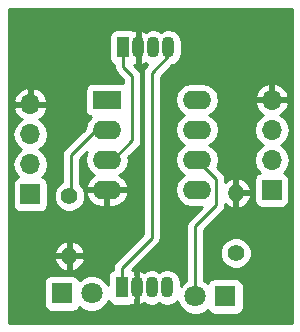
<source format=gbr>
G04 #@! TF.FileFunction,Copper,L1,Top,Signal*
%FSLAX46Y46*%
G04 Gerber Fmt 4.6, Leading zero omitted, Abs format (unit mm)*
G04 Created by KiCad (PCBNEW 4.0.7) date 06/07/18 21:32:42*
%MOMM*%
%LPD*%
G01*
G04 APERTURE LIST*
%ADD10C,0.100000*%
%ADD11R,2.400000X1.600000*%
%ADD12O,2.400000X1.600000*%
%ADD13R,1.700000X1.700000*%
%ADD14O,1.700000X1.700000*%
%ADD15R,1.800000X1.800000*%
%ADD16C,1.800000*%
%ADD17C,1.400000*%
%ADD18O,1.400000X1.400000*%
%ADD19R,1.070000X1.800000*%
%ADD20O,1.070000X1.800000*%
%ADD21C,0.250000*%
%ADD22C,0.254000*%
G04 APERTURE END LIST*
D10*
D11*
X152527000Y-130302000D03*
D12*
X160147000Y-137922000D03*
X152527000Y-132842000D03*
X160147000Y-135382000D03*
X152527000Y-135382000D03*
X160147000Y-132842000D03*
X152527000Y-137922000D03*
X160147000Y-130302000D03*
D13*
X146050000Y-138303000D03*
D14*
X146050000Y-135763000D03*
X146050000Y-133223000D03*
X146050000Y-130683000D03*
D15*
X162560000Y-146939000D03*
D16*
X160020000Y-146939000D03*
D15*
X148717000Y-146685000D03*
D16*
X151257000Y-146685000D03*
D13*
X166497000Y-137922000D03*
D14*
X166497000Y-135382000D03*
X166497000Y-132842000D03*
X166497000Y-130302000D03*
D17*
X163449000Y-143256000D03*
D18*
X163449000Y-138176000D03*
D17*
X149352000Y-138430000D03*
D18*
X149352000Y-143510000D03*
D19*
X153924000Y-125857000D03*
D20*
X155194000Y-125857000D03*
X156464000Y-125857000D03*
X157734000Y-125857000D03*
D19*
X153797000Y-146177000D03*
D20*
X155067000Y-146177000D03*
X156337000Y-146177000D03*
X157607000Y-146177000D03*
D21*
X160020000Y-146939000D02*
X160020000Y-140970000D01*
X161798000Y-137033000D02*
X160147000Y-135382000D01*
X161798000Y-139192000D02*
X161798000Y-137033000D01*
X160020000Y-140970000D02*
X161798000Y-139192000D01*
X149479000Y-138430000D02*
X149479000Y-135001000D01*
X149479000Y-135001000D02*
X151638000Y-132842000D01*
X151638000Y-132842000D02*
X152527000Y-132842000D01*
X152527000Y-135382000D02*
X153035000Y-135382000D01*
X153035000Y-135382000D02*
X154686000Y-133731000D01*
X153924000Y-127508000D02*
X153924000Y-125857000D01*
X154686000Y-128270000D02*
X153924000Y-127508000D01*
X154686000Y-133731000D02*
X154686000Y-128270000D01*
X152527000Y-135382000D02*
X153416000Y-135382000D01*
X157734000Y-125857000D02*
X157734000Y-126619000D01*
X157734000Y-126619000D02*
X156337000Y-128016000D01*
X156337000Y-128016000D02*
X156337000Y-141986000D01*
X156337000Y-141986000D02*
X153797000Y-144526000D01*
X153797000Y-144526000D02*
X153797000Y-146177000D01*
D22*
G36*
X168200000Y-149150000D02*
X144220000Y-149150000D01*
X144220000Y-145785000D01*
X147169560Y-145785000D01*
X147169560Y-147585000D01*
X147213838Y-147820317D01*
X147352910Y-148036441D01*
X147565110Y-148181431D01*
X147817000Y-148232440D01*
X149617000Y-148232440D01*
X149852317Y-148188162D01*
X150068441Y-148049090D01*
X150213431Y-147836890D01*
X150217567Y-147816466D01*
X150386357Y-147985551D01*
X150950330Y-148219733D01*
X151560991Y-148220265D01*
X152125371Y-147987068D01*
X152557551Y-147555643D01*
X152658760Y-147311904D01*
X152658838Y-147312317D01*
X152797910Y-147528441D01*
X153010110Y-147673431D01*
X153262000Y-147724440D01*
X154332000Y-147724440D01*
X154567317Y-147680162D01*
X154658830Y-147621275D01*
X154759617Y-147670900D01*
X154940000Y-147545244D01*
X154940000Y-147271761D01*
X154979440Y-147077000D01*
X154979440Y-145781928D01*
X155167000Y-145781928D01*
X155167000Y-146572072D01*
X155194000Y-146707810D01*
X155194000Y-147545244D01*
X155374383Y-147670900D01*
X155686234Y-147517354D01*
X155889260Y-147653011D01*
X156337000Y-147742072D01*
X156784740Y-147653011D01*
X156972000Y-147527888D01*
X157159260Y-147653011D01*
X157607000Y-147742072D01*
X158054740Y-147653011D01*
X158434315Y-147399387D01*
X158505399Y-147293002D01*
X158717932Y-147807371D01*
X159149357Y-148239551D01*
X159713330Y-148473733D01*
X160323991Y-148474265D01*
X160888371Y-148241068D01*
X161056613Y-148073120D01*
X161056838Y-148074317D01*
X161195910Y-148290441D01*
X161408110Y-148435431D01*
X161660000Y-148486440D01*
X163460000Y-148486440D01*
X163695317Y-148442162D01*
X163911441Y-148303090D01*
X164056431Y-148090890D01*
X164107440Y-147839000D01*
X164107440Y-146039000D01*
X164063162Y-145803683D01*
X163924090Y-145587559D01*
X163711890Y-145442569D01*
X163460000Y-145391560D01*
X161660000Y-145391560D01*
X161424683Y-145435838D01*
X161208559Y-145574910D01*
X161063569Y-145787110D01*
X161059433Y-145807534D01*
X160890643Y-145638449D01*
X160780000Y-145592506D01*
X160780000Y-143520383D01*
X162113769Y-143520383D01*
X162316582Y-144011229D01*
X162691796Y-144387098D01*
X163182287Y-144590768D01*
X163713383Y-144591231D01*
X164204229Y-144388418D01*
X164580098Y-144013204D01*
X164783768Y-143522713D01*
X164784231Y-142991617D01*
X164581418Y-142500771D01*
X164206204Y-142124902D01*
X163715713Y-141921232D01*
X163184617Y-141920769D01*
X162693771Y-142123582D01*
X162317902Y-142498796D01*
X162114232Y-142989287D01*
X162113769Y-143520383D01*
X160780000Y-143520383D01*
X160780000Y-141284802D01*
X162335401Y-139729401D01*
X162500148Y-139482839D01*
X162558000Y-139192000D01*
X162558000Y-139135766D01*
X162770604Y-139325797D01*
X163115671Y-139468716D01*
X163322000Y-139345374D01*
X163322000Y-138303000D01*
X163576000Y-138303000D01*
X163576000Y-139345374D01*
X163782329Y-139468716D01*
X164127396Y-139325797D01*
X164515764Y-138978663D01*
X164741727Y-138509331D01*
X164619206Y-138303000D01*
X163576000Y-138303000D01*
X163322000Y-138303000D01*
X163302000Y-138303000D01*
X163302000Y-138049000D01*
X163322000Y-138049000D01*
X163322000Y-137006626D01*
X163576000Y-137006626D01*
X163576000Y-138049000D01*
X164619206Y-138049000D01*
X164741727Y-137842669D01*
X164515764Y-137373337D01*
X164127396Y-137026203D01*
X163782329Y-136883284D01*
X163576000Y-137006626D01*
X163322000Y-137006626D01*
X163115671Y-136883284D01*
X162770604Y-137026203D01*
X162558000Y-137216234D01*
X162558000Y-137033000D01*
X162500148Y-136742161D01*
X162335401Y-136495599D01*
X161853536Y-136013734D01*
X161908717Y-135931151D01*
X162017950Y-135382000D01*
X161908717Y-134832849D01*
X161597648Y-134367302D01*
X161215562Y-134112000D01*
X161597648Y-133856698D01*
X161908717Y-133391151D01*
X162017950Y-132842000D01*
X164982907Y-132842000D01*
X165095946Y-133410285D01*
X165417853Y-133892054D01*
X165747026Y-134112000D01*
X165417853Y-134331946D01*
X165095946Y-134813715D01*
X164982907Y-135382000D01*
X165095946Y-135950285D01*
X165417853Y-136432054D01*
X165459452Y-136459850D01*
X165411683Y-136468838D01*
X165195559Y-136607910D01*
X165050569Y-136820110D01*
X164999560Y-137072000D01*
X164999560Y-138772000D01*
X165043838Y-139007317D01*
X165182910Y-139223441D01*
X165395110Y-139368431D01*
X165647000Y-139419440D01*
X167347000Y-139419440D01*
X167582317Y-139375162D01*
X167798441Y-139236090D01*
X167943431Y-139023890D01*
X167994440Y-138772000D01*
X167994440Y-137072000D01*
X167950162Y-136836683D01*
X167811090Y-136620559D01*
X167598890Y-136475569D01*
X167531459Y-136461914D01*
X167576147Y-136432054D01*
X167898054Y-135950285D01*
X168011093Y-135382000D01*
X167898054Y-134813715D01*
X167576147Y-134331946D01*
X167246974Y-134112000D01*
X167576147Y-133892054D01*
X167898054Y-133410285D01*
X168011093Y-132842000D01*
X167898054Y-132273715D01*
X167576147Y-131791946D01*
X167235447Y-131564298D01*
X167378358Y-131497183D01*
X167768645Y-131068924D01*
X167938476Y-130658890D01*
X167817155Y-130429000D01*
X166624000Y-130429000D01*
X166624000Y-130449000D01*
X166370000Y-130449000D01*
X166370000Y-130429000D01*
X165176845Y-130429000D01*
X165055524Y-130658890D01*
X165225355Y-131068924D01*
X165615642Y-131497183D01*
X165758553Y-131564298D01*
X165417853Y-131791946D01*
X165095946Y-132273715D01*
X164982907Y-132842000D01*
X162017950Y-132842000D01*
X161908717Y-132292849D01*
X161597648Y-131827302D01*
X161215562Y-131572000D01*
X161597648Y-131316698D01*
X161908717Y-130851151D01*
X162017950Y-130302000D01*
X161946961Y-129945110D01*
X165055524Y-129945110D01*
X165176845Y-130175000D01*
X166370000Y-130175000D01*
X166370000Y-128981181D01*
X166624000Y-128981181D01*
X166624000Y-130175000D01*
X167817155Y-130175000D01*
X167938476Y-129945110D01*
X167768645Y-129535076D01*
X167378358Y-129106817D01*
X166853892Y-128860514D01*
X166624000Y-128981181D01*
X166370000Y-128981181D01*
X166140108Y-128860514D01*
X165615642Y-129106817D01*
X165225355Y-129535076D01*
X165055524Y-129945110D01*
X161946961Y-129945110D01*
X161908717Y-129752849D01*
X161597648Y-129287302D01*
X161132101Y-128976233D01*
X160582950Y-128867000D01*
X159711050Y-128867000D01*
X159161899Y-128976233D01*
X158696352Y-129287302D01*
X158385283Y-129752849D01*
X158276050Y-130302000D01*
X158385283Y-130851151D01*
X158696352Y-131316698D01*
X159078438Y-131572000D01*
X158696352Y-131827302D01*
X158385283Y-132292849D01*
X158276050Y-132842000D01*
X158385283Y-133391151D01*
X158696352Y-133856698D01*
X159078438Y-134112000D01*
X158696352Y-134367302D01*
X158385283Y-134832849D01*
X158276050Y-135382000D01*
X158385283Y-135931151D01*
X158696352Y-136396698D01*
X159078438Y-136652000D01*
X158696352Y-136907302D01*
X158385283Y-137372849D01*
X158276050Y-137922000D01*
X158385283Y-138471151D01*
X158696352Y-138936698D01*
X159161899Y-139247767D01*
X159711050Y-139357000D01*
X160558198Y-139357000D01*
X159482599Y-140432599D01*
X159317852Y-140679161D01*
X159260000Y-140970000D01*
X159260000Y-145592154D01*
X159151629Y-145636932D01*
X158777000Y-146010907D01*
X158777000Y-145781928D01*
X158687939Y-145334188D01*
X158434315Y-144954613D01*
X158054740Y-144700989D01*
X157607000Y-144611928D01*
X157159260Y-144700989D01*
X156972000Y-144826112D01*
X156784740Y-144700989D01*
X156337000Y-144611928D01*
X155889260Y-144700989D01*
X155686234Y-144836646D01*
X155374383Y-144683100D01*
X155194000Y-144808756D01*
X155194000Y-145646190D01*
X155167000Y-145781928D01*
X154979440Y-145781928D01*
X154979440Y-145277000D01*
X154940000Y-145067395D01*
X154940000Y-144808756D01*
X154759617Y-144683100D01*
X154671137Y-144726665D01*
X156874401Y-142523401D01*
X157039148Y-142276840D01*
X157069633Y-142123582D01*
X157097000Y-141986000D01*
X157097000Y-128330802D01*
X158073201Y-127354601D01*
X158181740Y-127333011D01*
X158561315Y-127079387D01*
X158814939Y-126699812D01*
X158904000Y-126252072D01*
X158904000Y-125461928D01*
X158814939Y-125014188D01*
X158561315Y-124634613D01*
X158181740Y-124380989D01*
X157734000Y-124291928D01*
X157286260Y-124380989D01*
X157099000Y-124506112D01*
X156911740Y-124380989D01*
X156464000Y-124291928D01*
X156016260Y-124380989D01*
X155813234Y-124516646D01*
X155501383Y-124363100D01*
X155321000Y-124488756D01*
X155321000Y-125326190D01*
X155294000Y-125461928D01*
X155294000Y-126252072D01*
X155321000Y-126387810D01*
X155321000Y-127225244D01*
X155501383Y-127350900D01*
X155813234Y-127197354D01*
X155973655Y-127304543D01*
X155799599Y-127478599D01*
X155634852Y-127725161D01*
X155577000Y-128016000D01*
X155577000Y-141671198D01*
X153259599Y-143988599D01*
X153094852Y-144235161D01*
X153037000Y-144526000D01*
X153037000Y-144671897D01*
X153026683Y-144673838D01*
X152810559Y-144812910D01*
X152665569Y-145025110D01*
X152614560Y-145277000D01*
X152614560Y-145950930D01*
X152559068Y-145816629D01*
X152127643Y-145384449D01*
X151563670Y-145150267D01*
X150953009Y-145149735D01*
X150388629Y-145382932D01*
X150220387Y-145550880D01*
X150220162Y-145549683D01*
X150081090Y-145333559D01*
X149868890Y-145188569D01*
X149617000Y-145137560D01*
X147817000Y-145137560D01*
X147581683Y-145181838D01*
X147365559Y-145320910D01*
X147220569Y-145533110D01*
X147169560Y-145785000D01*
X144220000Y-145785000D01*
X144220000Y-143843331D01*
X148059273Y-143843331D01*
X148285236Y-144312663D01*
X148673604Y-144659797D01*
X149018671Y-144802716D01*
X149225000Y-144679374D01*
X149225000Y-143637000D01*
X149479000Y-143637000D01*
X149479000Y-144679374D01*
X149685329Y-144802716D01*
X150030396Y-144659797D01*
X150418764Y-144312663D01*
X150644727Y-143843331D01*
X150522206Y-143637000D01*
X149479000Y-143637000D01*
X149225000Y-143637000D01*
X148181794Y-143637000D01*
X148059273Y-143843331D01*
X144220000Y-143843331D01*
X144220000Y-143176669D01*
X148059273Y-143176669D01*
X148181794Y-143383000D01*
X149225000Y-143383000D01*
X149225000Y-142340626D01*
X149479000Y-142340626D01*
X149479000Y-143383000D01*
X150522206Y-143383000D01*
X150644727Y-143176669D01*
X150418764Y-142707337D01*
X150030396Y-142360203D01*
X149685329Y-142217284D01*
X149479000Y-142340626D01*
X149225000Y-142340626D01*
X149018671Y-142217284D01*
X148673604Y-142360203D01*
X148285236Y-142707337D01*
X148059273Y-143176669D01*
X144220000Y-143176669D01*
X144220000Y-133223000D01*
X144535907Y-133223000D01*
X144648946Y-133791285D01*
X144970853Y-134273054D01*
X145300026Y-134493000D01*
X144970853Y-134712946D01*
X144648946Y-135194715D01*
X144535907Y-135763000D01*
X144648946Y-136331285D01*
X144970853Y-136813054D01*
X145012452Y-136840850D01*
X144964683Y-136849838D01*
X144748559Y-136988910D01*
X144603569Y-137201110D01*
X144552560Y-137453000D01*
X144552560Y-139153000D01*
X144596838Y-139388317D01*
X144735910Y-139604441D01*
X144948110Y-139749431D01*
X145200000Y-139800440D01*
X146900000Y-139800440D01*
X147135317Y-139756162D01*
X147351441Y-139617090D01*
X147496431Y-139404890D01*
X147547440Y-139153000D01*
X147547440Y-138694383D01*
X148016769Y-138694383D01*
X148219582Y-139185229D01*
X148594796Y-139561098D01*
X149085287Y-139764768D01*
X149616383Y-139765231D01*
X150107229Y-139562418D01*
X150483098Y-139187204D01*
X150686768Y-138696713D01*
X150687139Y-138271039D01*
X150735096Y-138271039D01*
X150752633Y-138353819D01*
X151022500Y-138846896D01*
X151460517Y-139199166D01*
X152000000Y-139357000D01*
X152400000Y-139357000D01*
X152400000Y-138049000D01*
X152654000Y-138049000D01*
X152654000Y-139357000D01*
X153054000Y-139357000D01*
X153593483Y-139199166D01*
X154031500Y-138846896D01*
X154301367Y-138353819D01*
X154318904Y-138271039D01*
X154196915Y-138049000D01*
X152654000Y-138049000D01*
X152400000Y-138049000D01*
X150857085Y-138049000D01*
X150735096Y-138271039D01*
X150687139Y-138271039D01*
X150687231Y-138165617D01*
X150484418Y-137674771D01*
X150239000Y-137428925D01*
X150239000Y-135315802D01*
X150852536Y-134702266D01*
X150765283Y-134832849D01*
X150656050Y-135382000D01*
X150765283Y-135931151D01*
X151076352Y-136396698D01*
X151454707Y-136649507D01*
X151022500Y-136997104D01*
X150752633Y-137490181D01*
X150735096Y-137572961D01*
X150857085Y-137795000D01*
X152400000Y-137795000D01*
X152400000Y-137775000D01*
X152654000Y-137775000D01*
X152654000Y-137795000D01*
X154196915Y-137795000D01*
X154318904Y-137572961D01*
X154301367Y-137490181D01*
X154031500Y-136997104D01*
X153599293Y-136649507D01*
X153977648Y-136396698D01*
X154288717Y-135931151D01*
X154397950Y-135382000D01*
X154350143Y-135141659D01*
X155223401Y-134268401D01*
X155388148Y-134021839D01*
X155446000Y-133731000D01*
X155446000Y-128270000D01*
X155388148Y-127979161D01*
X155223401Y-127732599D01*
X154798137Y-127307335D01*
X154886617Y-127350900D01*
X155067000Y-127225244D01*
X155067000Y-126951761D01*
X155106440Y-126757000D01*
X155106440Y-124957000D01*
X155067000Y-124747395D01*
X155067000Y-124488756D01*
X154886617Y-124363100D01*
X154786639Y-124412326D01*
X154710890Y-124360569D01*
X154459000Y-124309560D01*
X153389000Y-124309560D01*
X153153683Y-124353838D01*
X152937559Y-124492910D01*
X152792569Y-124705110D01*
X152741560Y-124957000D01*
X152741560Y-126757000D01*
X152785838Y-126992317D01*
X152924910Y-127208441D01*
X153137110Y-127353431D01*
X153164000Y-127358876D01*
X153164000Y-127508000D01*
X153221852Y-127798839D01*
X153386599Y-128045401D01*
X153926000Y-128584802D01*
X153926000Y-128894859D01*
X153727000Y-128854560D01*
X151327000Y-128854560D01*
X151091683Y-128898838D01*
X150875559Y-129037910D01*
X150730569Y-129250110D01*
X150679560Y-129502000D01*
X150679560Y-131102000D01*
X150723838Y-131337317D01*
X150862910Y-131553441D01*
X151075110Y-131698431D01*
X151224074Y-131728597D01*
X151076352Y-131827302D01*
X150765283Y-132292849D01*
X150679105Y-132726093D01*
X148941599Y-134463599D01*
X148776852Y-134710161D01*
X148719000Y-135001000D01*
X148719000Y-137247078D01*
X148596771Y-137297582D01*
X148220902Y-137672796D01*
X148017232Y-138163287D01*
X148016769Y-138694383D01*
X147547440Y-138694383D01*
X147547440Y-137453000D01*
X147503162Y-137217683D01*
X147364090Y-137001559D01*
X147151890Y-136856569D01*
X147084459Y-136842914D01*
X147129147Y-136813054D01*
X147451054Y-136331285D01*
X147564093Y-135763000D01*
X147451054Y-135194715D01*
X147129147Y-134712946D01*
X146799974Y-134493000D01*
X147129147Y-134273054D01*
X147451054Y-133791285D01*
X147564093Y-133223000D01*
X147451054Y-132654715D01*
X147129147Y-132172946D01*
X146788447Y-131945298D01*
X146931358Y-131878183D01*
X147321645Y-131449924D01*
X147491476Y-131039890D01*
X147370155Y-130810000D01*
X146177000Y-130810000D01*
X146177000Y-130830000D01*
X145923000Y-130830000D01*
X145923000Y-130810000D01*
X144729845Y-130810000D01*
X144608524Y-131039890D01*
X144778355Y-131449924D01*
X145168642Y-131878183D01*
X145311553Y-131945298D01*
X144970853Y-132172946D01*
X144648946Y-132654715D01*
X144535907Y-133223000D01*
X144220000Y-133223000D01*
X144220000Y-130326110D01*
X144608524Y-130326110D01*
X144729845Y-130556000D01*
X145923000Y-130556000D01*
X145923000Y-129362181D01*
X146177000Y-129362181D01*
X146177000Y-130556000D01*
X147370155Y-130556000D01*
X147491476Y-130326110D01*
X147321645Y-129916076D01*
X146931358Y-129487817D01*
X146406892Y-129241514D01*
X146177000Y-129362181D01*
X145923000Y-129362181D01*
X145693108Y-129241514D01*
X145168642Y-129487817D01*
X144778355Y-129916076D01*
X144608524Y-130326110D01*
X144220000Y-130326110D01*
X144220000Y-122630000D01*
X168200000Y-122630000D01*
X168200000Y-149150000D01*
X168200000Y-149150000D01*
G37*
X168200000Y-149150000D02*
X144220000Y-149150000D01*
X144220000Y-145785000D01*
X147169560Y-145785000D01*
X147169560Y-147585000D01*
X147213838Y-147820317D01*
X147352910Y-148036441D01*
X147565110Y-148181431D01*
X147817000Y-148232440D01*
X149617000Y-148232440D01*
X149852317Y-148188162D01*
X150068441Y-148049090D01*
X150213431Y-147836890D01*
X150217567Y-147816466D01*
X150386357Y-147985551D01*
X150950330Y-148219733D01*
X151560991Y-148220265D01*
X152125371Y-147987068D01*
X152557551Y-147555643D01*
X152658760Y-147311904D01*
X152658838Y-147312317D01*
X152797910Y-147528441D01*
X153010110Y-147673431D01*
X153262000Y-147724440D01*
X154332000Y-147724440D01*
X154567317Y-147680162D01*
X154658830Y-147621275D01*
X154759617Y-147670900D01*
X154940000Y-147545244D01*
X154940000Y-147271761D01*
X154979440Y-147077000D01*
X154979440Y-145781928D01*
X155167000Y-145781928D01*
X155167000Y-146572072D01*
X155194000Y-146707810D01*
X155194000Y-147545244D01*
X155374383Y-147670900D01*
X155686234Y-147517354D01*
X155889260Y-147653011D01*
X156337000Y-147742072D01*
X156784740Y-147653011D01*
X156972000Y-147527888D01*
X157159260Y-147653011D01*
X157607000Y-147742072D01*
X158054740Y-147653011D01*
X158434315Y-147399387D01*
X158505399Y-147293002D01*
X158717932Y-147807371D01*
X159149357Y-148239551D01*
X159713330Y-148473733D01*
X160323991Y-148474265D01*
X160888371Y-148241068D01*
X161056613Y-148073120D01*
X161056838Y-148074317D01*
X161195910Y-148290441D01*
X161408110Y-148435431D01*
X161660000Y-148486440D01*
X163460000Y-148486440D01*
X163695317Y-148442162D01*
X163911441Y-148303090D01*
X164056431Y-148090890D01*
X164107440Y-147839000D01*
X164107440Y-146039000D01*
X164063162Y-145803683D01*
X163924090Y-145587559D01*
X163711890Y-145442569D01*
X163460000Y-145391560D01*
X161660000Y-145391560D01*
X161424683Y-145435838D01*
X161208559Y-145574910D01*
X161063569Y-145787110D01*
X161059433Y-145807534D01*
X160890643Y-145638449D01*
X160780000Y-145592506D01*
X160780000Y-143520383D01*
X162113769Y-143520383D01*
X162316582Y-144011229D01*
X162691796Y-144387098D01*
X163182287Y-144590768D01*
X163713383Y-144591231D01*
X164204229Y-144388418D01*
X164580098Y-144013204D01*
X164783768Y-143522713D01*
X164784231Y-142991617D01*
X164581418Y-142500771D01*
X164206204Y-142124902D01*
X163715713Y-141921232D01*
X163184617Y-141920769D01*
X162693771Y-142123582D01*
X162317902Y-142498796D01*
X162114232Y-142989287D01*
X162113769Y-143520383D01*
X160780000Y-143520383D01*
X160780000Y-141284802D01*
X162335401Y-139729401D01*
X162500148Y-139482839D01*
X162558000Y-139192000D01*
X162558000Y-139135766D01*
X162770604Y-139325797D01*
X163115671Y-139468716D01*
X163322000Y-139345374D01*
X163322000Y-138303000D01*
X163576000Y-138303000D01*
X163576000Y-139345374D01*
X163782329Y-139468716D01*
X164127396Y-139325797D01*
X164515764Y-138978663D01*
X164741727Y-138509331D01*
X164619206Y-138303000D01*
X163576000Y-138303000D01*
X163322000Y-138303000D01*
X163302000Y-138303000D01*
X163302000Y-138049000D01*
X163322000Y-138049000D01*
X163322000Y-137006626D01*
X163576000Y-137006626D01*
X163576000Y-138049000D01*
X164619206Y-138049000D01*
X164741727Y-137842669D01*
X164515764Y-137373337D01*
X164127396Y-137026203D01*
X163782329Y-136883284D01*
X163576000Y-137006626D01*
X163322000Y-137006626D01*
X163115671Y-136883284D01*
X162770604Y-137026203D01*
X162558000Y-137216234D01*
X162558000Y-137033000D01*
X162500148Y-136742161D01*
X162335401Y-136495599D01*
X161853536Y-136013734D01*
X161908717Y-135931151D01*
X162017950Y-135382000D01*
X161908717Y-134832849D01*
X161597648Y-134367302D01*
X161215562Y-134112000D01*
X161597648Y-133856698D01*
X161908717Y-133391151D01*
X162017950Y-132842000D01*
X164982907Y-132842000D01*
X165095946Y-133410285D01*
X165417853Y-133892054D01*
X165747026Y-134112000D01*
X165417853Y-134331946D01*
X165095946Y-134813715D01*
X164982907Y-135382000D01*
X165095946Y-135950285D01*
X165417853Y-136432054D01*
X165459452Y-136459850D01*
X165411683Y-136468838D01*
X165195559Y-136607910D01*
X165050569Y-136820110D01*
X164999560Y-137072000D01*
X164999560Y-138772000D01*
X165043838Y-139007317D01*
X165182910Y-139223441D01*
X165395110Y-139368431D01*
X165647000Y-139419440D01*
X167347000Y-139419440D01*
X167582317Y-139375162D01*
X167798441Y-139236090D01*
X167943431Y-139023890D01*
X167994440Y-138772000D01*
X167994440Y-137072000D01*
X167950162Y-136836683D01*
X167811090Y-136620559D01*
X167598890Y-136475569D01*
X167531459Y-136461914D01*
X167576147Y-136432054D01*
X167898054Y-135950285D01*
X168011093Y-135382000D01*
X167898054Y-134813715D01*
X167576147Y-134331946D01*
X167246974Y-134112000D01*
X167576147Y-133892054D01*
X167898054Y-133410285D01*
X168011093Y-132842000D01*
X167898054Y-132273715D01*
X167576147Y-131791946D01*
X167235447Y-131564298D01*
X167378358Y-131497183D01*
X167768645Y-131068924D01*
X167938476Y-130658890D01*
X167817155Y-130429000D01*
X166624000Y-130429000D01*
X166624000Y-130449000D01*
X166370000Y-130449000D01*
X166370000Y-130429000D01*
X165176845Y-130429000D01*
X165055524Y-130658890D01*
X165225355Y-131068924D01*
X165615642Y-131497183D01*
X165758553Y-131564298D01*
X165417853Y-131791946D01*
X165095946Y-132273715D01*
X164982907Y-132842000D01*
X162017950Y-132842000D01*
X161908717Y-132292849D01*
X161597648Y-131827302D01*
X161215562Y-131572000D01*
X161597648Y-131316698D01*
X161908717Y-130851151D01*
X162017950Y-130302000D01*
X161946961Y-129945110D01*
X165055524Y-129945110D01*
X165176845Y-130175000D01*
X166370000Y-130175000D01*
X166370000Y-128981181D01*
X166624000Y-128981181D01*
X166624000Y-130175000D01*
X167817155Y-130175000D01*
X167938476Y-129945110D01*
X167768645Y-129535076D01*
X167378358Y-129106817D01*
X166853892Y-128860514D01*
X166624000Y-128981181D01*
X166370000Y-128981181D01*
X166140108Y-128860514D01*
X165615642Y-129106817D01*
X165225355Y-129535076D01*
X165055524Y-129945110D01*
X161946961Y-129945110D01*
X161908717Y-129752849D01*
X161597648Y-129287302D01*
X161132101Y-128976233D01*
X160582950Y-128867000D01*
X159711050Y-128867000D01*
X159161899Y-128976233D01*
X158696352Y-129287302D01*
X158385283Y-129752849D01*
X158276050Y-130302000D01*
X158385283Y-130851151D01*
X158696352Y-131316698D01*
X159078438Y-131572000D01*
X158696352Y-131827302D01*
X158385283Y-132292849D01*
X158276050Y-132842000D01*
X158385283Y-133391151D01*
X158696352Y-133856698D01*
X159078438Y-134112000D01*
X158696352Y-134367302D01*
X158385283Y-134832849D01*
X158276050Y-135382000D01*
X158385283Y-135931151D01*
X158696352Y-136396698D01*
X159078438Y-136652000D01*
X158696352Y-136907302D01*
X158385283Y-137372849D01*
X158276050Y-137922000D01*
X158385283Y-138471151D01*
X158696352Y-138936698D01*
X159161899Y-139247767D01*
X159711050Y-139357000D01*
X160558198Y-139357000D01*
X159482599Y-140432599D01*
X159317852Y-140679161D01*
X159260000Y-140970000D01*
X159260000Y-145592154D01*
X159151629Y-145636932D01*
X158777000Y-146010907D01*
X158777000Y-145781928D01*
X158687939Y-145334188D01*
X158434315Y-144954613D01*
X158054740Y-144700989D01*
X157607000Y-144611928D01*
X157159260Y-144700989D01*
X156972000Y-144826112D01*
X156784740Y-144700989D01*
X156337000Y-144611928D01*
X155889260Y-144700989D01*
X155686234Y-144836646D01*
X155374383Y-144683100D01*
X155194000Y-144808756D01*
X155194000Y-145646190D01*
X155167000Y-145781928D01*
X154979440Y-145781928D01*
X154979440Y-145277000D01*
X154940000Y-145067395D01*
X154940000Y-144808756D01*
X154759617Y-144683100D01*
X154671137Y-144726665D01*
X156874401Y-142523401D01*
X157039148Y-142276840D01*
X157069633Y-142123582D01*
X157097000Y-141986000D01*
X157097000Y-128330802D01*
X158073201Y-127354601D01*
X158181740Y-127333011D01*
X158561315Y-127079387D01*
X158814939Y-126699812D01*
X158904000Y-126252072D01*
X158904000Y-125461928D01*
X158814939Y-125014188D01*
X158561315Y-124634613D01*
X158181740Y-124380989D01*
X157734000Y-124291928D01*
X157286260Y-124380989D01*
X157099000Y-124506112D01*
X156911740Y-124380989D01*
X156464000Y-124291928D01*
X156016260Y-124380989D01*
X155813234Y-124516646D01*
X155501383Y-124363100D01*
X155321000Y-124488756D01*
X155321000Y-125326190D01*
X155294000Y-125461928D01*
X155294000Y-126252072D01*
X155321000Y-126387810D01*
X155321000Y-127225244D01*
X155501383Y-127350900D01*
X155813234Y-127197354D01*
X155973655Y-127304543D01*
X155799599Y-127478599D01*
X155634852Y-127725161D01*
X155577000Y-128016000D01*
X155577000Y-141671198D01*
X153259599Y-143988599D01*
X153094852Y-144235161D01*
X153037000Y-144526000D01*
X153037000Y-144671897D01*
X153026683Y-144673838D01*
X152810559Y-144812910D01*
X152665569Y-145025110D01*
X152614560Y-145277000D01*
X152614560Y-145950930D01*
X152559068Y-145816629D01*
X152127643Y-145384449D01*
X151563670Y-145150267D01*
X150953009Y-145149735D01*
X150388629Y-145382932D01*
X150220387Y-145550880D01*
X150220162Y-145549683D01*
X150081090Y-145333559D01*
X149868890Y-145188569D01*
X149617000Y-145137560D01*
X147817000Y-145137560D01*
X147581683Y-145181838D01*
X147365559Y-145320910D01*
X147220569Y-145533110D01*
X147169560Y-145785000D01*
X144220000Y-145785000D01*
X144220000Y-143843331D01*
X148059273Y-143843331D01*
X148285236Y-144312663D01*
X148673604Y-144659797D01*
X149018671Y-144802716D01*
X149225000Y-144679374D01*
X149225000Y-143637000D01*
X149479000Y-143637000D01*
X149479000Y-144679374D01*
X149685329Y-144802716D01*
X150030396Y-144659797D01*
X150418764Y-144312663D01*
X150644727Y-143843331D01*
X150522206Y-143637000D01*
X149479000Y-143637000D01*
X149225000Y-143637000D01*
X148181794Y-143637000D01*
X148059273Y-143843331D01*
X144220000Y-143843331D01*
X144220000Y-143176669D01*
X148059273Y-143176669D01*
X148181794Y-143383000D01*
X149225000Y-143383000D01*
X149225000Y-142340626D01*
X149479000Y-142340626D01*
X149479000Y-143383000D01*
X150522206Y-143383000D01*
X150644727Y-143176669D01*
X150418764Y-142707337D01*
X150030396Y-142360203D01*
X149685329Y-142217284D01*
X149479000Y-142340626D01*
X149225000Y-142340626D01*
X149018671Y-142217284D01*
X148673604Y-142360203D01*
X148285236Y-142707337D01*
X148059273Y-143176669D01*
X144220000Y-143176669D01*
X144220000Y-133223000D01*
X144535907Y-133223000D01*
X144648946Y-133791285D01*
X144970853Y-134273054D01*
X145300026Y-134493000D01*
X144970853Y-134712946D01*
X144648946Y-135194715D01*
X144535907Y-135763000D01*
X144648946Y-136331285D01*
X144970853Y-136813054D01*
X145012452Y-136840850D01*
X144964683Y-136849838D01*
X144748559Y-136988910D01*
X144603569Y-137201110D01*
X144552560Y-137453000D01*
X144552560Y-139153000D01*
X144596838Y-139388317D01*
X144735910Y-139604441D01*
X144948110Y-139749431D01*
X145200000Y-139800440D01*
X146900000Y-139800440D01*
X147135317Y-139756162D01*
X147351441Y-139617090D01*
X147496431Y-139404890D01*
X147547440Y-139153000D01*
X147547440Y-138694383D01*
X148016769Y-138694383D01*
X148219582Y-139185229D01*
X148594796Y-139561098D01*
X149085287Y-139764768D01*
X149616383Y-139765231D01*
X150107229Y-139562418D01*
X150483098Y-139187204D01*
X150686768Y-138696713D01*
X150687139Y-138271039D01*
X150735096Y-138271039D01*
X150752633Y-138353819D01*
X151022500Y-138846896D01*
X151460517Y-139199166D01*
X152000000Y-139357000D01*
X152400000Y-139357000D01*
X152400000Y-138049000D01*
X152654000Y-138049000D01*
X152654000Y-139357000D01*
X153054000Y-139357000D01*
X153593483Y-139199166D01*
X154031500Y-138846896D01*
X154301367Y-138353819D01*
X154318904Y-138271039D01*
X154196915Y-138049000D01*
X152654000Y-138049000D01*
X152400000Y-138049000D01*
X150857085Y-138049000D01*
X150735096Y-138271039D01*
X150687139Y-138271039D01*
X150687231Y-138165617D01*
X150484418Y-137674771D01*
X150239000Y-137428925D01*
X150239000Y-135315802D01*
X150852536Y-134702266D01*
X150765283Y-134832849D01*
X150656050Y-135382000D01*
X150765283Y-135931151D01*
X151076352Y-136396698D01*
X151454707Y-136649507D01*
X151022500Y-136997104D01*
X150752633Y-137490181D01*
X150735096Y-137572961D01*
X150857085Y-137795000D01*
X152400000Y-137795000D01*
X152400000Y-137775000D01*
X152654000Y-137775000D01*
X152654000Y-137795000D01*
X154196915Y-137795000D01*
X154318904Y-137572961D01*
X154301367Y-137490181D01*
X154031500Y-136997104D01*
X153599293Y-136649507D01*
X153977648Y-136396698D01*
X154288717Y-135931151D01*
X154397950Y-135382000D01*
X154350143Y-135141659D01*
X155223401Y-134268401D01*
X155388148Y-134021839D01*
X155446000Y-133731000D01*
X155446000Y-128270000D01*
X155388148Y-127979161D01*
X155223401Y-127732599D01*
X154798137Y-127307335D01*
X154886617Y-127350900D01*
X155067000Y-127225244D01*
X155067000Y-126951761D01*
X155106440Y-126757000D01*
X155106440Y-124957000D01*
X155067000Y-124747395D01*
X155067000Y-124488756D01*
X154886617Y-124363100D01*
X154786639Y-124412326D01*
X154710890Y-124360569D01*
X154459000Y-124309560D01*
X153389000Y-124309560D01*
X153153683Y-124353838D01*
X152937559Y-124492910D01*
X152792569Y-124705110D01*
X152741560Y-124957000D01*
X152741560Y-126757000D01*
X152785838Y-126992317D01*
X152924910Y-127208441D01*
X153137110Y-127353431D01*
X153164000Y-127358876D01*
X153164000Y-127508000D01*
X153221852Y-127798839D01*
X153386599Y-128045401D01*
X153926000Y-128584802D01*
X153926000Y-128894859D01*
X153727000Y-128854560D01*
X151327000Y-128854560D01*
X151091683Y-128898838D01*
X150875559Y-129037910D01*
X150730569Y-129250110D01*
X150679560Y-129502000D01*
X150679560Y-131102000D01*
X150723838Y-131337317D01*
X150862910Y-131553441D01*
X151075110Y-131698431D01*
X151224074Y-131728597D01*
X151076352Y-131827302D01*
X150765283Y-132292849D01*
X150679105Y-132726093D01*
X148941599Y-134463599D01*
X148776852Y-134710161D01*
X148719000Y-135001000D01*
X148719000Y-137247078D01*
X148596771Y-137297582D01*
X148220902Y-137672796D01*
X148017232Y-138163287D01*
X148016769Y-138694383D01*
X147547440Y-138694383D01*
X147547440Y-137453000D01*
X147503162Y-137217683D01*
X147364090Y-137001559D01*
X147151890Y-136856569D01*
X147084459Y-136842914D01*
X147129147Y-136813054D01*
X147451054Y-136331285D01*
X147564093Y-135763000D01*
X147451054Y-135194715D01*
X147129147Y-134712946D01*
X146799974Y-134493000D01*
X147129147Y-134273054D01*
X147451054Y-133791285D01*
X147564093Y-133223000D01*
X147451054Y-132654715D01*
X147129147Y-132172946D01*
X146788447Y-131945298D01*
X146931358Y-131878183D01*
X147321645Y-131449924D01*
X147491476Y-131039890D01*
X147370155Y-130810000D01*
X146177000Y-130810000D01*
X146177000Y-130830000D01*
X145923000Y-130830000D01*
X145923000Y-130810000D01*
X144729845Y-130810000D01*
X144608524Y-131039890D01*
X144778355Y-131449924D01*
X145168642Y-131878183D01*
X145311553Y-131945298D01*
X144970853Y-132172946D01*
X144648946Y-132654715D01*
X144535907Y-133223000D01*
X144220000Y-133223000D01*
X144220000Y-130326110D01*
X144608524Y-130326110D01*
X144729845Y-130556000D01*
X145923000Y-130556000D01*
X145923000Y-129362181D01*
X146177000Y-129362181D01*
X146177000Y-130556000D01*
X147370155Y-130556000D01*
X147491476Y-130326110D01*
X147321645Y-129916076D01*
X146931358Y-129487817D01*
X146406892Y-129241514D01*
X146177000Y-129362181D01*
X145923000Y-129362181D01*
X145693108Y-129241514D01*
X145168642Y-129487817D01*
X144778355Y-129916076D01*
X144608524Y-130326110D01*
X144220000Y-130326110D01*
X144220000Y-122630000D01*
X168200000Y-122630000D01*
X168200000Y-149150000D01*
M02*

</source>
